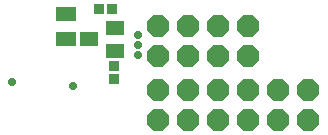
<source format=gts>
G75*
%MOIN*%
%OFA0B0*%
%FSLAX25Y25*%
%IPPOS*%
%LPD*%
%AMOC8*
5,1,8,0,0,1.08239X$1,22.5*
%
%ADD10C,0.02769*%
%ADD11R,0.06800X0.04600*%
%ADD12R,0.06312X0.04737*%
%ADD13R,0.03800X0.03500*%
%ADD14R,0.03500X0.03800*%
%ADD15OC8,0.07400*%
D10*
X0066512Y0033441D03*
X0046276Y0034858D03*
X0088205Y0043913D03*
X0088205Y0047260D03*
X0088205Y0050606D03*
D11*
X0064150Y0049341D03*
X0064150Y0057541D03*
D12*
X0080528Y0052772D03*
X0071866Y0049031D03*
X0080528Y0045291D03*
D13*
X0080134Y0040108D03*
X0080134Y0035908D03*
D14*
X0079478Y0059268D03*
X0075278Y0059268D03*
D15*
X0095055Y0053638D03*
X0105055Y0053638D03*
X0115055Y0053638D03*
X0125055Y0053638D03*
X0125055Y0043638D03*
X0115055Y0043638D03*
X0105055Y0043638D03*
X0095055Y0043638D03*
X0095094Y0032260D03*
X0105094Y0032260D03*
X0115094Y0032260D03*
X0125094Y0032260D03*
X0135094Y0032260D03*
X0145094Y0032260D03*
X0145094Y0022260D03*
X0135094Y0022260D03*
X0125094Y0022260D03*
X0115094Y0022260D03*
X0105094Y0022260D03*
X0095094Y0022260D03*
M02*

</source>
